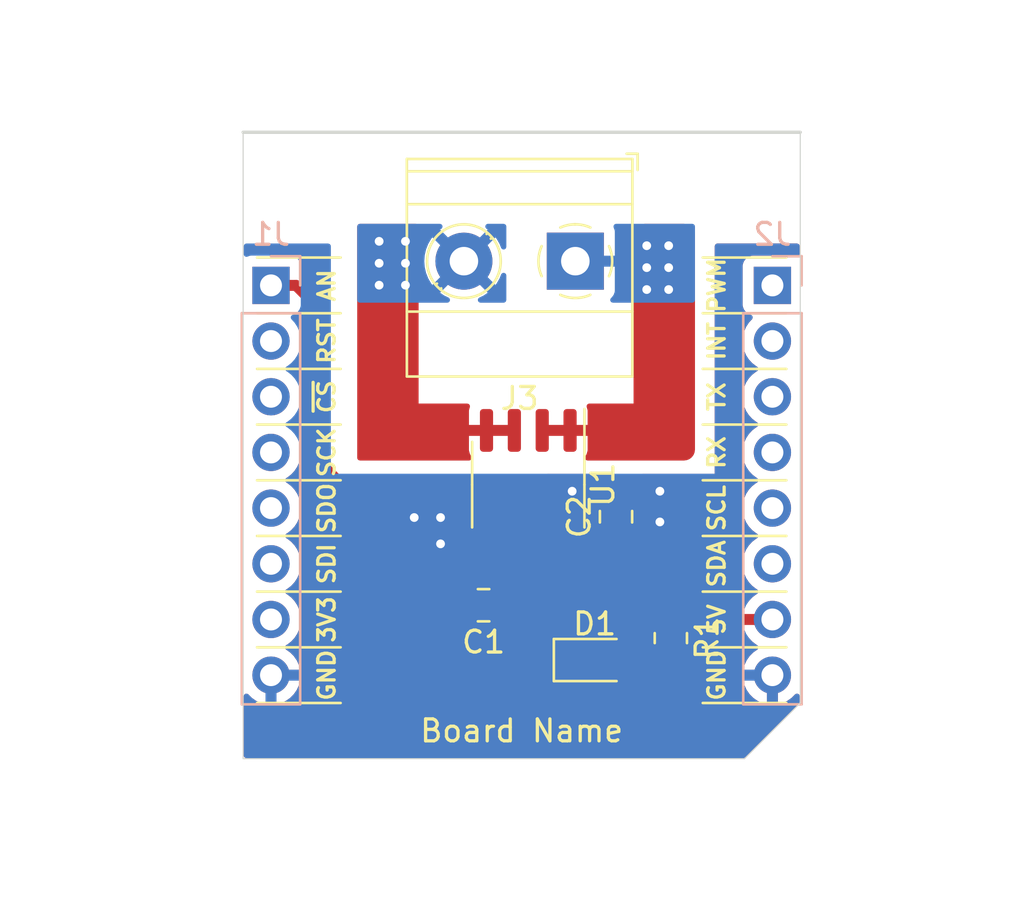
<source format=kicad_pcb>
(kicad_pcb (version 20221018) (generator pcbnew)
  (layers (0 "F.Cu" signal) (31 "B.Cu" signal) (34 "B.Paste" user) (35 "F.Paste" user) (36 "B.SilkS" user "B.Silkscreen") (37 "F.SilkS" user "F.Silkscreen") (38 "B.Mask" user) (39 "F.Mask" user) (44 "Edge.Cuts" user))
  (net 0 "")
  (net 1 "GND")
  (net 2 "+3V3")
  (net 3 "/SDI")
  (net 4 "/SDO")
  (net 5 "/SCK")
  (net 6 "/~{CS}")
  (net 7 "/RST")
  (net 8 "/AN")
  (net 9 "+5V")
  (net 10 "/SDA")
  (net 11 "/SCL")
  (net 12 "/RX")
  (net 13 "/TX")
  (net 14 "/INT")
  (net 15 "/PWM")
  (net 16 "Net-(U1-FILTER)")
  (net 17 "Net-(D1-A)")
  (net 18 "/IP-")
  (net 19 "/IP+")
  (footprint "Capacitor_SMD:C_0805_2012Metric_Pad1.18x1.45mm_HandSolder" (layer "F.Cu") (at 146.4625 112 180)
    (fp_text reference "C1" (at 0 -1.68) (layer "F.SilkS"))
    (fp_text value "1n")
    (fp_line (start -0.261252 -0.735) (end 0.261252 -0.735) (stroke (width 0.12)) (layer "F.SilkS"))
    (fp_line (start -0.261252 0.735) (end 0.261252 0.735) (stroke (width 0.12)) (layer "F.SilkS"))
    (pad "1" smd roundrect (at -1.0375 0 180) (size 1.175 1.45) (layers "F.Cu" "F.Paste" "F.Mask") (roundrect_rratio 0.212766) (net 16 "Net-(U1-FILTER)"))
    (pad "2" smd roundrect (at 1.0375 0 180) (size 1.175 1.45) (layers "F.Cu" "F.Paste" "F.Mask") (roundrect_rratio 0.212766) (net 1 "GND"))
  )
  (footprint "LED_SMD:LED_0805_2012Metric_Pad1.15x1.40mm_HandSolder" (layer "F.Cu") (at 151.525 114.5)
    (fp_text reference "D1" (at 0 -1.65) (layer "F.SilkS"))
    (fp_text value "LED")
    (fp_line (start -1.86 -0.96) (end -1.86 0.96) (stroke (width 0.12)) (layer "F.SilkS"))
    (fp_line (start -1.86 0.96) (end 1 0.96) (stroke (width 0.12)) (layer "F.SilkS"))
    (fp_line (start 1 -0.96) (end -1.86 -0.96) (stroke (width 0.12)) (layer "F.SilkS"))
    (pad "1" smd roundrect (at -1.025 0) (size 1.15 1.4) (layers "F.Cu" "F.Paste" "F.Mask") (roundrect_rratio 0.217391) (net 1 "GND"))
    (pad "2" smd roundrect (at 1.025 0) (size 1.15 1.4) (layers "F.Cu" "F.Paste" "F.Mask") (roundrect_rratio 0.217391) (net 17 "Net-(D1-A)"))
  )
  (footprint "Resistor_SMD:R_0805_2012Metric_Pad1.20x1.40mm_HandSolder" (layer "F.Cu") (at 155 113.5 -90)
    (fp_text reference "R1" (at 0 -1.65 90) (layer "F.SilkS"))
    (fp_text value "R_US")
    (fp_line (start -0.227064 -0.735) (end 0.227064 -0.735) (stroke (width 0.12)) (layer "F.SilkS"))
    (fp_line (start -0.227064 0.735) (end 0.227064 0.735) (stroke (width 0.12)) (layer "F.SilkS"))
    (pad "1" smd roundrect (at -1 0 270) (size 1.2 1.4) (layers "F.Cu" "F.Paste" "F.Mask") (roundrect_rratio 0.208333) (net 9 "+5V"))
    (pad "2" smd roundrect (at 1 0 270) (size 1.2 1.4) (layers "F.Cu" "F.Paste" "F.Mask") (roundrect_rratio 0.208333) (net 17 "Net-(D1-A)"))
  )
  (footprint "Capacitor_SMD:C_0805_2012Metric_Pad1.18x1.45mm_HandSolder" (layer "F.Cu") (at 152.5 107.9625 90)
    (fp_text reference "C2" (at 0 -1.68 90) (layer "F.SilkS"))
    (fp_text value "100n")
    (fp_line (start -0.261252 -0.735) (end 0.261252 -0.735) (stroke (width 0.12)) (layer "F.SilkS"))
    (fp_line (start -0.261252 0.735) (end 0.261252 0.735) (stroke (width 0.12)) (layer "F.SilkS"))
    (pad "1" smd roundrect (at -1.0375 0 90) (size 1.175 1.45) (layers "F.Cu" "F.Paste" "F.Mask") (roundrect_rratio 0.212766) (net 9 "+5V"))
    (pad "2" smd roundrect (at 1.0375 0 90) (size 1.175 1.45) (layers "F.Cu" "F.Paste" "F.Mask") (roundrect_rratio 0.212766) (net 1 "GND"))
  )
  (footprint "Package_SO:SOIC-8_3.9x4.9mm_P1.27mm" (layer "F.Cu") (at 148.5 106.5 -90)
    (fp_text reference "U1" (at 0 -3.4 90) (layer "F.SilkS"))
    (fp_text value "ACS712xLCTR-05B")
    (fp_line (start 0 -2.56) (end -3.45 -2.56) (stroke (width 0.12)) (layer "F.SilkS"))
    (fp_line (start 0 -2.56) (end 1.95 -2.56) (stroke (width 0.12)) (layer "F.SilkS"))
    (fp_line (start 0 2.56) (end -1.95 2.56) (stroke (width 0.12)) (layer "F.SilkS"))
    (fp_line (start 0 2.56) (end 1.95 2.56) (stroke (width 0.12)) (layer "F.SilkS"))
    (pad "1" smd roundrect (at -2.475 -1.905 270) (size 1.95 0.6) (layers "F.Cu" "F.Paste" "F.Mask") (net 19 "/IP+"))
    (pad "2" smd roundrect (at -2.475 -0.635 270) (size 1.95 0.6) (layers "F.Cu" "F.Paste" "F.Mask") (net 19 "/IP+"))
    (pad "3" smd roundrect (at -2.475 0.635 270) (size 1.95 0.6) (layers "F.Cu" "F.Paste" "F.Mask") (net 18 "/IP-"))
    (pad "4" smd roundrect (at -2.475 1.905 270) (size 1.95 0.6) (layers "F.Cu" "F.Paste" "F.Mask") (net 18 "/IP-"))
    (pad "5" smd roundrect (at 2.475 1.905 270) (size 1.95 0.6) (layers "F.Cu" "F.Paste" "F.Mask") (net 1 "GND"))
    (pad "6" smd roundrect (at 2.475 0.635 270) (size 1.95 0.6) (layers "F.Cu" "F.Paste" "F.Mask") (net 16 "Net-(U1-FILTER)"))
    (pad "7" smd roundrect (at 2.475 -0.635 270) (size 1.95 0.6) (layers "F.Cu" "F.Paste" "F.Mask") (net 8 "/AN"))
    (pad "8" smd roundrect (at 2.475 -1.905 270) (size 1.95 0.6) (layers "F.Cu" "F.Paste" "F.Mask") (net 9 "+5V"))
  )
  (footprint "TerminalBlock_Phoenix:TerminalBlock_Phoenix_MKDS-1,5-2-5.08_1x02_P5.08mm_Horizontal" (layer "F.Cu") (at 150.645 96.305 180)
    (fp_text reference "J3" (at 2.54 -6.26) (layer "F.SilkS"))
    (fp_text value "Conn_01x02")
    (fp_line (start -2.84 4.16) (end -2.84 4.9) (stroke (width 0.12)) (layer "F.SilkS"))
    (fp_line (start -2.84 4.9) (end -2.34 4.9) (stroke (width 0.12)) (layer "F.SilkS"))
    (fp_line (start -2.6 -5.261) (end -2.6 4.66) (stroke (width 0.12)) (layer "F.SilkS"))
    (fp_line (start -2.6 -5.261) (end 7.68 -5.261) (stroke (width 0.12)) (layer "F.SilkS"))
    (fp_line (start -2.6 -2.301) (end 7.68 -2.301) (stroke (width 0.12)) (layer "F.SilkS"))
    (fp_line (start -2.6 2.6) (end 7.68 2.6) (stroke (width 0.12)) (layer "F.SilkS"))
    (fp_line (start -2.6 4.1) (end 7.68 4.1) (stroke (width 0.12)) (layer "F.SilkS"))
    (fp_line (start -2.6 4.66) (end 7.68 4.66) (stroke (width 0.12)) (layer "F.SilkS"))
    (fp_line (start 3.853 1.023) (end 3.806 1.069) (stroke (width 0.12)) (layer "F.SilkS"))
    (fp_line (start 4.046 1.239) (end 4.011 1.274) (stroke (width 0.12)) (layer "F.SilkS"))
    (fp_line (start 6.15 -1.275) (end 6.115 -1.239) (stroke (width 0.12)) (layer "F.SilkS"))
    (fp_line (start 6.355 -1.069) (end 6.308 -1.023) (stroke (width 0.12)) (layer "F.SilkS"))
    (fp_line (start 7.68 -5.261) (end 7.68 4.66) (stroke (width 0.12)) (layer "F.SilkS"))
    (fp_arc (start -1.535427 0.683042) (mid -1.680501 -0.000524) (end -1.535 -0.684) (stroke (width 0.12)) (layer "F.SilkS"))
    (fp_arc (start -0.683042 -1.535427) (mid 0.000524 -1.680501) (end 0.684 -1.535) (stroke (width 0.12)) (layer "F.SilkS"))
    (fp_arc (start 0.028805 1.680253) (mid -0.335551 1.646659) (end -0.684 1.535) (stroke (width 0.12)) (layer "F.SilkS"))
    (fp_arc (start 0.683318 1.534756) (mid 0.349292 1.643288) (end 0 1.68) (stroke (width 0.12)) (layer "F.SilkS"))
    (fp_arc (start 1.535427 -0.683042) (mid 1.680501 0.000524) (end 1.535 0.684) (stroke (width 0.12)) (layer "F.SilkS"))
    (fp_circle (center 5.08 0) (end 6.76 0) (stroke (width 0.12)) (fill none) (layer "F.SilkS"))
    (pad "1" thru_hole rect (at 0 0 180) (size 2.6 2.6) (drill 1.3) (layers "*.Cu" "*.Mask") (net 19 "/IP+"))
    (pad "2" thru_hole circle (at 5.08 0 180) (size 2.6 2.6) (drill 1.3) (layers "*.Cu" "*.Mask") (net 18 "/IP-"))
  )
  (footprint "Connector_PinHeader_2.54mm:PinHeader_1x08_P2.54mm_Vertical" (layer "B.Cu") (at 136.77 97.41 180)
    (fp_text reference "J1" (at 0 2.33) (layer "B.SilkS") (effects (justify mirror)))
    (fp_text value "Conn_01x08")
    (fp_line (start -1.33 -19.11) (end 1.33 -19.11) (stroke (width 0.12)) (layer "B.SilkS"))
    (fp_line (start -1.33 -1.27) (end -1.33 -19.11) (stroke (width 0.12)) (layer "B.SilkS"))
    (fp_line (start -1.33 -1.27) (end 1.33 -1.27) (stroke (width 0.12)) (layer "B.SilkS"))
    (fp_line (start -1.33 0) (end -1.33 1.33) (stroke (width 0.12)) (layer "B.SilkS"))
    (fp_line (start -1.33 1.33) (end 0 1.33) (stroke (width 0.12)) (layer "B.SilkS"))
    (fp_line (start 1.33 -1.27) (end 1.33 -19.11) (stroke (width 0.12)) (layer "B.SilkS"))
    (pad "1" thru_hole rect (at 0 0 180) (size 1.7 1.7) (drill 1) (layers "*.Cu" "*.Mask") (net 8 "/AN"))
    (pad "2" thru_hole oval (at 0 -2.54 180) (size 1.7 1.7) (drill 1) (layers "*.Cu" "*.Mask") (net 7 "/RST"))
    (pad "3" thru_hole oval (at 0 -5.08 180) (size 1.7 1.7) (drill 1) (layers "*.Cu" "*.Mask") (net 6 "/~{CS}"))
    (pad "4" thru_hole oval (at 0 -7.62 180) (size 1.7 1.7) (drill 1) (layers "*.Cu" "*.Mask") (net 5 "/SCK"))
    (pad "5" thru_hole oval (at 0 -10.16 180) (size 1.7 1.7) (drill 1) (layers "*.Cu" "*.Mask") (net 4 "/SDO"))
    (pad "6" thru_hole oval (at 0 -12.7 180) (size 1.7 1.7) (drill 1) (layers "*.Cu" "*.Mask") (net 3 "/SDI"))
    (pad "7" thru_hole oval (at 0 -15.24 180) (size 1.7 1.7) (drill 1) (layers "*.Cu" "*.Mask") (net 2 "+3V3"))
    (pad "8" thru_hole oval (at 0 -17.78 180) (size 1.7 1.7) (drill 1) (layers "*.Cu" "*.Mask") (net 1 "GND"))
  )
  (footprint "Connector_PinHeader_2.54mm:PinHeader_1x08_P2.54mm_Vertical" (layer "B.Cu") (at 159.63 97.41 180)
    (fp_text reference "J2" (at 0 2.33) (layer "B.SilkS") (effects (justify mirror)))
    (fp_text value "Conn_01x08")
    (fp_line (start -1.33 -19.11) (end 1.33 -19.11) (stroke (width 0.12)) (layer "B.SilkS"))
    (fp_line (start -1.33 -1.27) (end -1.33 -19.11) (stroke (width 0.12)) (layer "B.SilkS"))
    (fp_line (start -1.33 -1.27) (end 1.33 -1.27) (stroke (width 0.12)) (layer "B.SilkS"))
    (fp_line (start -1.33 0) (end -1.33 1.33) (stroke (width 0.12)) (layer "B.SilkS"))
    (fp_line (start -1.33 1.33) (end 0 1.33) (stroke (width 0.12)) (layer "B.SilkS"))
    (fp_line (start 1.33 -1.27) (end 1.33 -19.11) (stroke (width 0.12)) (layer "B.SilkS"))
    (pad "1" thru_hole rect (at 0 0 180) (size 1.7 1.7) (drill 1) (layers "*.Cu" "*.Mask") (net 15 "/PWM"))
    (pad "2" thru_hole oval (at 0 -2.54 180) (size 1.7 1.7) (drill 1) (layers "*.Cu" "*.Mask") (net 14 "/INT"))
    (pad "3" thru_hole oval (at 0 -5.08 180) (size 1.7 1.7) (drill 1) (layers "*.Cu" "*.Mask") (net 13 "/TX"))
    (pad "4" thru_hole oval (at 0 -7.62 180) (size 1.7 1.7) (drill 1) (layers "*.Cu" "*.Mask") (net 12 "/RX"))
    (pad "5" thru_hole oval (at 0 -10.16 180) (size 1.7 1.7) (drill 1) (layers "*.Cu" "*.Mask") (net 11 "/SCL"))
    (pad "6" thru_hole oval (at 0 -12.7 180) (size 1.7 1.7) (drill 1) (layers "*.Cu" "*.Mask") (net 10 "/SDA"))
    (pad "7" thru_hole oval (at 0 -15.24 180) (size 1.7 1.7) (drill 1) (layers "*.Cu" "*.Mask") (net 9 "+5V"))
    (pad "8" thru_hole oval (at 0 -17.78 180) (size 1.7 1.7) (drill 1) (layers "*.Cu" "*.Mask") (net 1 "GND"))
  )
  (gr_line (start 136.135 106.3) (end 139.945 106.3) (stroke (width 0.12)) (layer "F.SilkS"))
  (gr_line (start 136.135 103.76) (end 139.945 103.76) (stroke (width 0.12)) (layer "F.SilkS"))
  (gr_line (start 136.135 108.84) (end 139.945 108.84) (stroke (width 0.12)) (layer "F.SilkS"))
  (gr_line (start 136.135 116.46) (end 139.945 116.46) (stroke (width 0.12)) (layer "F.SilkS"))
  (gr_line (start 136.135 113.92) (end 139.945 113.92) (stroke (width 0.12)) (layer "F.SilkS"))
  (gr_line (start 136.135 111.38) (end 139.945 111.38) (stroke (width 0.12)) (layer "F.SilkS"))
  (gr_line (start 156.455 116.46) (end 160.265 116.46) (stroke (width 0.12)) (layer "F.SilkS"))
  (gr_line (start 156.455 108.84) (end 160.265 108.84) (stroke (width 0.12)) (layer "F.SilkS"))
  (gr_line (start 156.455 98.68) (end 160.265 98.68) (stroke (width 0.12)) (layer "F.SilkS"))
  (gr_line (start 156.455 106.3) (end 160.265 106.3) (stroke (width 0.12)) (layer "F.SilkS"))
  (gr_line (start 156.455 96.14) (end 160.265 96.14) (stroke (width 0.12)) (layer "F.SilkS"))
  (gr_line (start 156.455 113.92) (end 160.265 113.92) (stroke (width 0.12)) (layer "F.SilkS"))
  (gr_line (start 156.455 103.76) (end 160.265 103.76) (stroke (width 0.12)) (layer "F.SilkS"))
  (gr_line (start 156.455 101.22) (end 160.265 101.22) (stroke (width 0.12)) (layer "F.SilkS"))
  (gr_line (start 156.455 111.38) (end 160.265 111.38) (stroke (width 0.12)) (layer "F.SilkS"))
  (gr_line (start 136.135 101.22) (end 139.945 101.22) (stroke (width 0.12)) (layer "F.SilkS"))
  (gr_line (start 136.135 96.14) (end 139.945 96.14) (stroke (width 0.12)) (layer "F.SilkS"))
  (gr_line (start 136.135 98.68) (end 139.945 98.68) (stroke (width 0.12)) (layer "F.SilkS"))
  (gr_line (start 160.9 116.46) (end 158.36 119) (stroke (width 0.05)) (layer "Edge.Cuts"))
  (gr_line (start 160.9 116.46) (end 160.9 90.425) (stroke (width 0.05)) (layer "Edge.Cuts"))
  (gr_line (start 135.5 119) (end 135.5 90.425) (stroke (width 0.05)) (layer "Edge.Cuts"))
  (gr_line (start 135.5 90.425) (end 160.9 90.425) (stroke (width 0.15)) (layer "Edge.Cuts"))
  (gr_line (start 158.36 119) (end 135.5 119) (stroke (width 0.05)) (layer "Edge.Cuts"))
  (gr_text "SDO" (at 139.31 107.57 90) (layer "F.SilkS") (effects (font (size 0.75 0.75))))
  (gr_text "3V3" (at 139.31 112.65 90) (layer "F.SilkS") (effects (font (size 0.75 0.75))))
  (gr_text "SCL" (at 157.09 107.57 90) (layer "F.SilkS") (effects (font (size 0.75 0.75))))
  (gr_text "AN" (at 139.31 97.41 90) (layer "F.SilkS") (effects (font (size 0.75 0.75))))
  (gr_text "SDI" (at 139.31 110.11 90) (layer "F.SilkS") (effects (font (size 0.75 0.75))))
  (gr_text "RST" (at 139.31 99.95 90) (layer "F.SilkS") (effects (font (size 0.75 0.75))))
  (gr_text "PWM" (at 157.09 97.41 90) (layer "F.SilkS") (effects (font (size 0.75 0.75))))
  (gr_text "TX" (at 157.09 102.49 90) (layer "F.SilkS") (effects (font (size 0.75 0.75))))
  (gr_text "Board Name" (at 148.2 117.73) (layer "F.SilkS") (effects (font (size 1 1))))
  (gr_text "SCK" (at 139.31 105.03 90) (layer "F.SilkS") (effects (font (size 0.75 0.75))))
  (gr_text "~{CS}" (at 139.31 102.49 90) (layer "F.SilkS") (effects (font (size 0.75 0.75))))
  (gr_text "GND" (at 157.09 115.19 90) (layer "F.SilkS") (effects (font (size 0.75 0.75))))
  (gr_text "INT" (at 157.09 99.95 90) (layer "F.SilkS") (effects (font (size 0.75 0.75))))
  (gr_text "GND" (at 139.31 115.19 90) (layer "F.SilkS") (effects (font (size 0.75 0.75))))
  (gr_text "SDA" (at 157.09 110.11 90) (layer "F.SilkS") (effects (font (size 0.75 0.75))))
  (gr_text "RX" (at 157.09 105.03 90) (layer "F.SilkS") (effects (font (size 0.75 0.75))))
  (gr_text "5V" (at 157.09 112.65 90) (layer "F.SilkS") (effects (font (size 0.75 0.75))))
  (segment (start 145.425 110.575) (end 145.425 112) (width 0.25) (layer "F.Cu") (net 1))
  (segment (start 146.595 108.975) (end 146.595 109.405) (width 0.25) (layer "F.Cu") (net 1))
  (segment (start 146.595 109.405) (end 145.425 110.575) (width 0.25) (layer "F.Cu") (net 1))
  (via (at 144.5 109.2) (size 0.8) (drill 0.4) (layers "F.Cu" "B.Cu") (net 1))
  (via (at 144.5 108) (size 0.8) (drill 0.4) (layers "F.Cu" "B.Cu") (net 1))
  (via (at 143.3 108) (size 0.8) (drill 0.4) (layers "F.Cu" "B.Cu") (net 1))
  (via (at 154.5 106.8) (size 0.8) (drill 0.4) (layers "F.Cu" "B.Cu") (net 1))
  (via (at 150.5 106.8) (size 0.8) (drill 0.4) (layers "F.Cu" "B.Cu") (net 1))
  (via (at 154.5 108.2) (size 0.8) (drill 0.4) (layers "F.Cu" "B.Cu") (net 1))
  (segment (start 139 98.5) (end 137.91 97.41) (width 0.5) (layer "F.Cu") (net 8))
  (segment (start 149.135 108.975) (end 149.135 107.135) (width 0.5) (layer "F.Cu") (net 8))
  (segment (start 148.5 106.5) (end 140 106.5) (width 0.5) (layer "F.Cu") (net 8))
  (segment (start 137.91 97.41) (end 136.77 97.41) (width 0.5) (layer "F.Cu") (net 8))
  (segment (start 149.135 107.135) (end 148.5 106.5) (width 0.5) (layer "F.Cu") (net 8))
  (segment (start 140 106.5) (end 139 105.5) (width 0.5) (layer "F.Cu") (net 8))
  (segment (start 139 105.5) (end 139 98.5) (width 0.5) (layer "F.Cu") (net 8))
  (segment (start 150.43 109) (end 150.405 108.975) (width 0.5) (layer "F.Cu") (net 9))
  (segment (start 154.15 112.65) (end 152.5 111) (width 0.5) (layer "F.Cu") (net 9))
  (segment (start 152.5 109) (end 150.43 109) (width 0.5) (layer "F.Cu") (net 9))
  (segment (start 152.5 111) (end 152.5 109) (width 0.5) (layer "F.Cu") (net 9))
  (segment (start 159.63 112.65) (end 154.15 112.65) (width 0.5) (layer "F.Cu") (net 9))
  (segment (start 147.865 111.635) (end 147.5 112) (width 0.5) (layer "F.Cu") (net 16))
  (segment (start 147.865 108.975) (end 147.865 111.635) (width 0.5) (layer "F.Cu") (net 16))
  (segment (start 152.55 114.5) (end 155 114.5) (width 0.5) (layer "F.Cu") (net 17))
  (via (at 141.7 97.4) (size 0.8) (drill 0.4) (layers "F.Cu" "B.Cu") (net 18))
  (via (at 141.7 95.4) (size 0.8) (drill 0.4) (layers "F.Cu" "B.Cu") (net 18))
  (via (at 142.9 97.4) (size 0.8) (drill 0.4) (layers "F.Cu" "B.Cu") (net 18))
  (via (at 142.9 95.4) (size 0.8) (drill 0.4) (layers "F.Cu" "B.Cu") (net 18))
  (via (at 141.7 96.4) (size 0.8) (drill 0.4) (layers "F.Cu" "B.Cu") (net 18))
  (via (at 142.9 96.4) (size 0.8) (drill 0.4) (layers "F.Cu" "B.Cu") (net 18))
  (via (at 153.9 97.6) (size 0.8) (drill 0.4) (layers "F.Cu" "B.Cu") (net 19))
  (via (at 154.9 97.6) (size 0.8) (drill 0.4) (layers "F.Cu" "B.Cu") (net 19))
  (via (at 153.9 95.6) (size 0.8) (drill 0.4) (layers "F.Cu" "B.Cu") (net 19))
  (via (at 153.9 96.6) (size 0.8) (drill 0.4) (layers "F.Cu" "B.Cu") (net 19))
  (via (at 154.9 95.6) (size 0.8) (drill 0.4) (layers "F.Cu" "B.Cu") (net 19))
  (via (at 154.9 96.6) (size 0.8) (drill 0.4) (layers "F.Cu" "B.Cu") (net 19))
  (zone (net 19) (net_name "/IP+") (layer "F.Cu") (priority 1) (connect_pads (clearance 0.508)) (min_thickness 0.25) (fill yes (thermal_gap 0.5) (thermal_bridge_width 0.5) (smoothing fillet) (radius 0.5))
    (polygon (pts (xy 148.7 102.8) (xy 148.7 105.4) (xy 156.1 105.4) (xy 156.1 94.6) (xy 153.3 94.6) (xy 153.3 102.8)))
  )
  (zone (net 18) (net_name "/IP-") (layer "F.Cu") (priority 2) (connect_pads (clearance 0.508)) (min_thickness 0.25) (fill yes (thermal_gap 0.5) (thermal_bridge_width 0.5))
    (polygon (pts (xy 148.3 102.8) (xy 148.3 105.4) (xy 140.7 105.4) (xy 140.7 94.6) (xy 143.5 94.6) (xy 143.5 102.8)))
  )
  (zone (net 1) (net_name "GND") (layers "F&B.Cu") (connect_pads (clearance 0.508)) (min_thickness 0.25) (fill yes (thermal_gap 0.5) (thermal_bridge_width 0.5))
    (polygon (pts (xy 134 95.5) (xy 139.5 95.5) (xy 139.5 106) (xy 157 106) (xy 157 95.5) (xy 162 95.5) (xy 162 119.5) (xy 134 119.5)))
  )
  (zone (net 18) (net_name "/IP-") (layer "B.Cu") (priority 4) (connect_pads (clearance 0.508)) (min_thickness 0.25) (fill yes (thermal_gap 0.5) (thermal_bridge_width 0.5))
    (polygon (pts (xy 147.5 94.6) (xy 147.5 98.2) (xy 140.7 98.2) (xy 140.7 94.6)))
  )
  (zone (net 19) (net_name "/IP+") (layer "B.Cu") (priority 3) (connect_pads (clearance 0.508)) (min_thickness 0.25) (fill yes (thermal_gap 0.5) (thermal_bridge_width 0.5))
    (polygon (pts (xy 148.7 94.6) (xy 148.7 98.2) (xy 156.1 98.2) (xy 156.1 94.6)))
  )
)
</source>
